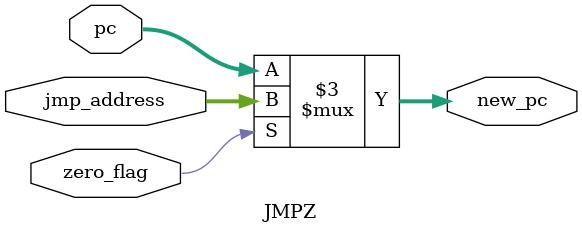
<source format=v>
module JMPZ (
    input wire [19:0] pc, // Program counter (instructions)
    input wire zero_flag, // Zero flag (1 if zero, 0 otherwise)
    input wire [19:0] jmp_address,  // address receieved from GPR
    output reg [19:0] new_pc  // new Program counter (instructions)
);

always @(*) begin
    if (zero_flag) begin
        new_pc = jmp_address; // Perform the jump if zero flag is set
    end else begin
        new_pc = pc;// if zero flag != 1, continue with program
    end
end

endmodule

</source>
